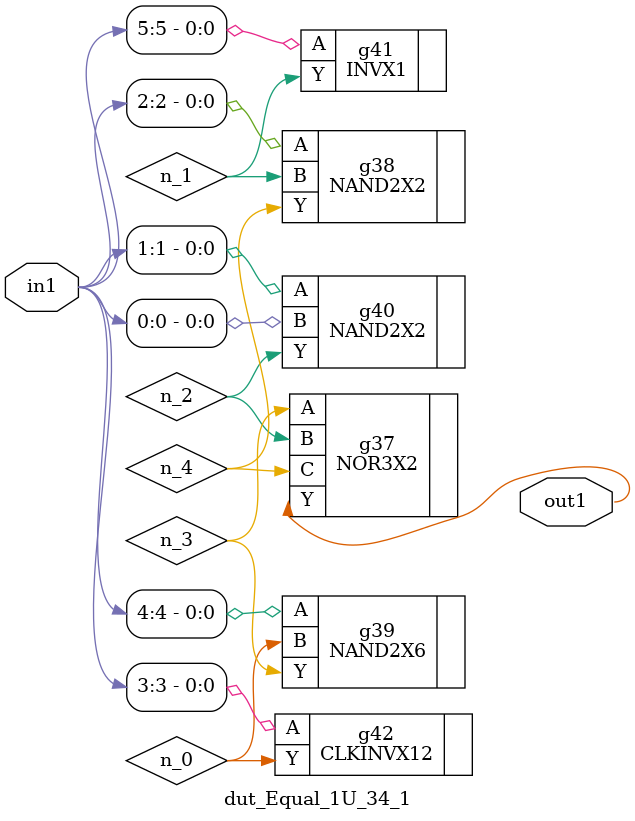
<source format=v>
`timescale 1ps / 1ps


module dut_Equal_1U_34_1(in1, out1);
  input [5:0] in1;
  output out1;
  wire [5:0] in1;
  wire out1;
  wire n_0, n_1, n_2, n_3, n_4;
  NOR3X2 g37(.A (n_3), .B (n_2), .C (n_4), .Y (out1));
  NAND2X2 g38(.A (in1[2]), .B (n_1), .Y (n_4));
  NAND2X6 g39(.A (in1[4]), .B (n_0), .Y (n_3));
  NAND2X2 g40(.A (in1[1]), .B (in1[0]), .Y (n_2));
  INVX1 g41(.A (in1[5]), .Y (n_1));
  CLKINVX12 g42(.A (in1[3]), .Y (n_0));
endmodule



</source>
